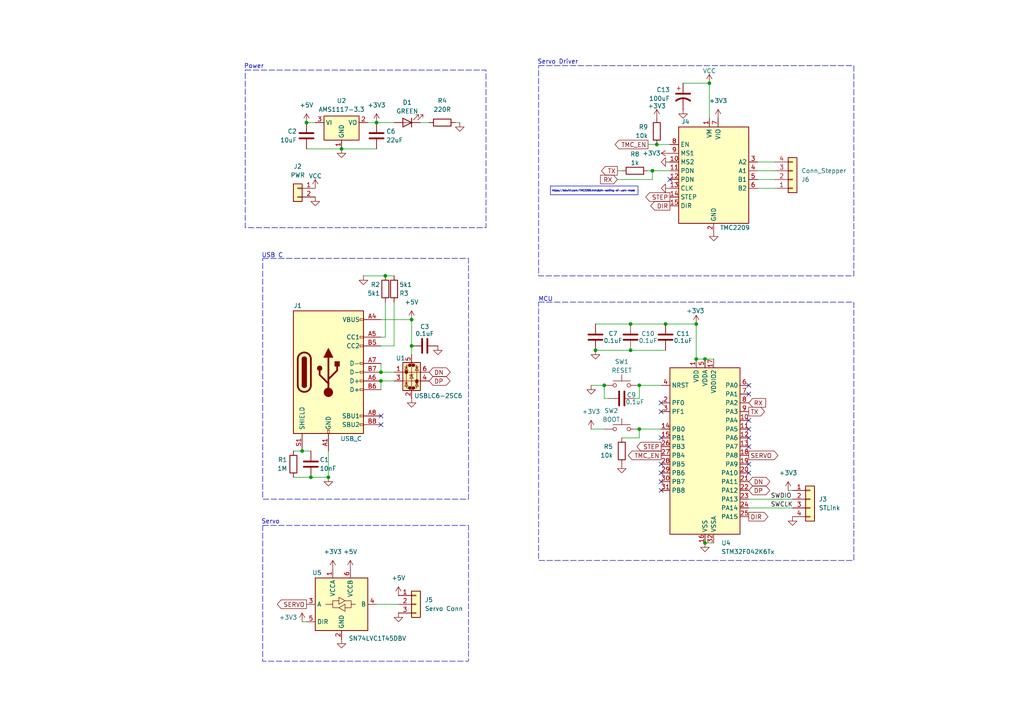
<source format=kicad_sch>
(kicad_sch (version 20231120) (generator "eeschema") (generator_version "8.0")
  (paper "A4")
  (title_block (title "Pico MMU Board") (date "2025-01-04") (rev "v1.0") (company "Adam Turaj"))
  (lib_symbols
    (symbol "Connector:USB_C_Receptacle_USB2.0_16P" (pin_names (offset 1.016))
      (property "Reference" "J" (at 0 22.225 0))
      (property "Value" "USB_C_Receptacle_USB2.0_16P" (at 0 19.685 0))
      (symbol "USB_C_Receptacle_USB2.0_16P_0_0"
        (rectangle (start -0.254 -17.78) (end 0.254 -16.764))
        (rectangle (start 10.16 -14.986) (end 9.144 -15.494))
        (rectangle (start 10.16 -12.446) (end 9.144 -12.954))
        (rectangle (start 10.16 -4.826) (end 9.144 -5.334))
        (rectangle (start 10.16 -2.286) (end 9.144 -2.794))
        (rectangle (start 10.16 0.254) (end 9.144 -0.254))
        (rectangle (start 10.16 2.794) (end 9.144 2.286))
        (rectangle (start 10.16 7.874) (end 9.144 7.366))
        (rectangle (start 10.16 10.414) (end 9.144 9.906))
        (rectangle (start 10.16 15.494) (end 9.144 14.986))
      )
      (symbol "USB_C_Receptacle_USB2.0_16P_0_1"
        (rectangle (start -10.16 17.78) (end 10.16 -17.78) (stroke (width 0.254)) (fill (type background)))
        (arc (start -8.89 -3.81) (mid -6.985 -5.7067) (end -5.08 -3.81) (stroke (width 0.508)))
        (arc (start -7.62 -3.81) (mid -6.985 -4.4423) (end -6.35 -3.81) (stroke (width 0.254)))
        (arc (start -7.62 -3.81) (mid -6.985 -4.4423) (end -6.35 -3.81) (stroke (width 0.254)) (fill (type outline)))
        (rectangle (start -7.62 -3.81) (end -6.35 3.81) (stroke (width 0.254)) (fill (type outline)))
        (arc (start -6.35 3.81) (mid -6.985 4.4423) (end -7.62 3.81) (stroke (width 0.254)))
        (arc (start -6.35 3.81) (mid -6.985 4.4423) (end -7.62 3.81) (stroke (width 0.254)) (fill (type outline)))
        (arc (start -5.08 3.81) (mid -6.985 5.7067) (end -8.89 3.81) (stroke (width 0.508)))
        (circle (center -2.54 1.143) (radius 0.635) (stroke (width 0.254)) (fill (type outline)))
        (circle (center 0 -5.842) (radius 1.27) (fill (type outline)))
        (polyline (pts (xy -8.89 -3.81) (xy -8.89 3.81)) (stroke (width 0.508)))
        (polyline (pts (xy -5.08 3.81) (xy -5.08 -3.81)) (stroke (width 0.508)))
        (polyline (pts (xy 0 -5.842) (xy 0 4.318)) (stroke (width 0.508)))
        (polyline (pts (xy 0 -3.302) (xy -2.54 -0.762) (xy -2.54 0.508)) (stroke (width 0.508)))
        (polyline (pts (xy 0 -2.032) (xy 2.54 0.508) (xy 2.54 1.778)) (stroke (width 0.508)))
        (polyline (pts (xy -1.27 4.318) (xy 0 6.858) (xy 1.27 4.318) (xy -1.27 4.318)) (stroke (width 0.254)) (fill (type outline)))
        (rectangle (start 1.905 1.778) (end 3.175 3.048) (stroke (width 0.254)) (fill (type outline)))
      )
      (symbol "USB_C_Receptacle_USB2.0_16P_1_1"
        (pin passive line (at 0 -22.86 90) (length 5.08) (name "GND") (number "A1"))
        (pin passive line (at 0 -22.86 90) (length 5.08) hide (name "GND") (number "A12"))
        (pin passive line (at 15.24 15.24 180) (length 5.08) (name "VBUS") (number "A4"))
        (pin bidirectional line (at 15.24 10.16 180) (length 5.08) (name "CC1") (number "A5"))
        (pin bidirectional line (at 15.24 -2.54 180) (length 5.08) (name "D+") (number "A6"))
        (pin bidirectional line (at 15.24 2.54 180) (length 5.08) (name "D-") (number "A7"))
        (pin bidirectional line (at 15.24 -12.7 180) (length 5.08) (name "SBU1") (number "A8"))
        (pin passive line (at 15.24 15.24 180) (length 5.08) hide (name "VBUS") (number "A9"))
        (pin passive line (at 0 -22.86 90) (length 5.08) hide (name "GND") (number "B1"))
        (pin passive line (at 0 -22.86 90) (length 5.08) hide (name "GND") (number "B12"))
        (pin passive line (at 15.24 15.24 180) (length 5.08) hide (name "VBUS") (number "B4"))
        (pin bidirectional line (at 15.24 7.62 180) (length 5.08) (name "CC2") (number "B5"))
        (pin bidirectional line (at 15.24 -5.08 180) (length 5.08) (name "D+") (number "B6"))
        (pin bidirectional line (at 15.24 0 180) (length 5.08) (name "D-") (number "B7"))
        (pin bidirectional line (at 15.24 -15.24 180) (length 5.08) (name "SBU2") (number "B8"))
        (pin passive line (at 15.24 15.24 180) (length 5.08) hide (name "VBUS") (number "B9"))
        (pin passive line (at -7.62 -22.86 90) (length 5.08) (name "SHIELD") (number "S1"))
      )
    )
    (symbol "Connector_Generic:Conn_01x02" (pin_names (offset 1.016) hide)
      (property "Reference" "J" (at 0 2.54 0))
      (property "Value" "Conn_01x02" (at 0 -5.08 0))
      (symbol "Conn_01x02_1_1"
        (rectangle (start -1.27 -2.413) (end 0 -2.667) (stroke (width 0.1524)))
        (rectangle (start -1.27 0.127) (end 0 -0.127) (stroke (width 0.1524)))
        (rectangle (start -1.27 1.27) (end 1.27 -3.81) (stroke (width 0.254)) (fill (type background)))
        (pin passive line (at -5.08 0 0) (length 3.81) (name "Pin_1") (number "1"))
        (pin passive line (at -5.08 -2.54 0) (length 3.81) (name "Pin_2") (number "2"))
      )
    )
    (symbol "Connector_Generic:Conn_01x03" (pin_names (offset 1.016) hide)
      (property "Reference" "J" (at 0 5.08 0))
      (property "Value" "Conn_01x03" (at 0 -5.08 0))
      (symbol "Conn_01x03_1_1"
        (rectangle (start -1.27 -2.413) (end 0 -2.667) (stroke (width 0.1524)))
        (rectangle (start -1.27 0.127) (end 0 -0.127) (stroke (width 0.1524)))
        (rectangle (start -1.27 2.667) (end 0 2.413) (stroke (width 0.1524)))
        (rectangle (start -1.27 3.81) (end 1.27 -3.81) (stroke (width 0.254)) (fill (type background)))
        (pin passive line (at -5.08 2.54 0) (length 3.81) (name "Pin_1") (number "1"))
        (pin passive line (at -5.08 0 0) (length 3.81) (name "Pin_2") (number "2"))
        (pin passive line (at -5.08 -2.54 0) (length 3.81) (name "Pin_3") (number "3"))
      )
    )
    (symbol "Connector_Generic:Conn_01x04" (pin_names (offset 1.016) hide)
      (property "Reference" "J" (at 0 5.08 0))
      (property "Value" "Conn_01x04" (at 0 -7.62 0))
      (symbol "Conn_01x04_1_1"
        (rectangle (start -1.27 -4.953) (end 0 -5.207) (stroke (width 0.1524)))
        (rectangle (start -1.27 -2.413) (end 0 -2.667) (stroke (width 0.1524)))
        (rectangle (start -1.27 0.127) (end 0 -0.127) (stroke (width 0.1524)))
        (rectangle (start -1.27 2.667) (end 0 2.413) (stroke (width 0.1524)))
        (rectangle (start -1.27 3.81) (end 1.27 -6.35) (stroke (width 0.254)) (fill (type background)))
        (pin passive line (at -5.08 2.54 0) (length 3.81) (name "Pin_1") (number "1"))
        (pin passive line (at -5.08 0 0) (length 3.81) (name "Pin_2") (number "2"))
        (pin passive line (at -5.08 -2.54 0) (length 3.81) (name "Pin_3") (number "3"))
        (pin passive line (at -5.08 -5.08 0) (length 3.81) (name "Pin_4") (number "4"))
      )
    )
    (symbol "Device:C" (pin_numbers hide) (pin_names (offset 0.254))
      (property "Reference" "C" (at 0.635 2.54 0))
      (property "Value" "C" (at 0.635 -2.54 0))
      (symbol "C_0_1"
        (polyline (pts (xy -2.032 -0.762) (xy 2.032 -0.762)) (stroke (width 0.508)))
        (polyline (pts (xy -2.032 0.762) (xy 2.032 0.762)) (stroke (width 0.508)))
      )
      (symbol "C_1_1"
        (pin passive line (at 0 3.81 270) (length 2.794) (name "~") (number "1"))
        (pin passive line (at 0 -3.81 90) (length 2.794) (name "~") (number "2"))
      )
    )
    (symbol "Device:C_Polarized_US" (pin_numbers hide) (pin_names (offset 0.254) hide)
      (property "Reference" "C" (at 0.635 2.54 0))
      (property "Value" "C_Polarized_US" (at 0.635 -2.54 0))
      (symbol "C_Polarized_US_0_1"
        (polyline (pts (xy -2.032 0.762) (xy 2.032 0.762)) (stroke (width 0.508)))
        (polyline (pts (xy -1.778 2.286) (xy -0.762 2.286)))
        (polyline (pts (xy -1.27 1.778) (xy -1.27 2.794)))
        (arc (start 2.032 -1.27) (mid 0 -0.5572) (end -2.032 -1.27) (stroke (width 0.508)))
      )
      (symbol "C_Polarized_US_1_1"
        (pin passive line (at 0 3.81 270) (length 2.794) (name "~") (number "1"))
        (pin passive line (at 0 -3.81 90) (length 3.302) (name "~") (number "2"))
      )
    )
    (symbol "Device:LED" (pin_numbers hide) (pin_names (offset 1.016) hide)
      (property "Reference" "D" (at 0 2.54 0))
      (property "Value" "LED" (at 0 -2.54 0))
      (symbol "LED_0_1"
        (polyline (pts (xy -1.27 -1.27) (xy -1.27 1.27)) (stroke (width 0.254)))
        (polyline (pts (xy -1.27 0) (xy 1.27 0)))
        (polyline (pts (xy 1.27 -1.27) (xy 1.27 1.27) (xy -1.27 0) (xy 1.27 -1.27)) (stroke (width 0.254)))
        (polyline (pts (xy -3.048 -0.762) (xy -4.572 -2.286) (xy -3.81 -2.286) (xy -4.572 -2.286) (xy -4.572 -1.524)))
        (polyline (pts (xy -1.778 -0.762) (xy -3.302 -2.286) (xy -2.54 -2.286) (xy -3.302 -2.286) (xy -3.302 -1.524)))
      )
      (symbol "LED_1_1"
        (pin passive line (at -3.81 0 0) (length 2.54) (name "K") (number "1"))
        (pin passive line (at 3.81 0 180) (length 2.54) (name "A") (number "2"))
      )
    )
    (symbol "Device:R" (pin_numbers hide) (pin_names (offset 0))
      (property "Reference" "R" (at 2.032 0 90))
      (property "Value" "R" (at 0 0 90))
      (symbol "R_0_1"
        (rectangle (start -1.016 -2.54) (end 1.016 2.54) (stroke (width 0.254)))
      )
      (symbol "R_1_1"
        (pin passive line (at 0 3.81 270) (length 1.27) (name "~") (number "1"))
        (pin passive line (at 0 -3.81 90) (length 1.27) (name "~") (number "2"))
      )
    )
    (symbol "Driver_Motor:TMC2209_EVAL"
      (property "Reference" "J" (at -5.334 -1.27 0))
      (symbol "TMC2209_EVAL_1_1"
        (rectangle (start -6.35 -2.54) (end 13.97 -30.48) (stroke (width 0.254)) (fill (type background)))
        (pin power_in line (at 2.54 0 270) (length 2.54) (name "VM") (number "1"))
        (pin input line (at -8.89 -12.7 0) (length 2.54) (name "MS2") (number "10"))
        (pin input line (at -8.89 -15.24 0) (length 2.54) (name "PDN") (number "11"))
        (pin input line (at -8.89 -17.78 0) (length 2.54) (name "PDN") (number "12"))
        (pin input line (at -8.89 -20.32 0) (length 2.54) (name "CLK") (number "13"))
        (pin input line (at -8.89 -22.86 0) (length 2.54) (name "STEP") (number "14"))
        (pin input line (at -8.89 -25.4 0) (length 2.54) (name "DIR") (number "15"))
        (pin power_out line (at 3.81 -33.02 90) (length 2.54) (name "GND") (number "2"))
        (pin output line (at 16.51 -12.7 180) (length 2.54) (name "A2") (number "3"))
        (pin output line (at 16.51 -15.24 180) (length 2.54) (name "A1") (number "4"))
        (pin output line (at 16.51 -17.78 180) (length 2.54) (name "B1") (number "5"))
        (pin output line (at 16.51 -20.32 180) (length 2.54) (name "B2") (number "6"))
        (pin power_in line (at 5.08 0 270) (length 2.54) (name "VIO") (number "7"))
        (pin input line (at -8.89 -7.62 0) (length 2.54) (name "EN") (number "8"))
        (pin input line (at -8.89 -10.16 0) (length 2.54) (name "MS1") (number "9"))
      )
    )
    (symbol "Logic_LevelTranslator:SN74LVC1T45DBV"
      (property "Reference" "U" (at -6.35 8.89 0))
      (property "Value" "SN74LVC1T45DBV" (at 3.81 8.89 0))
      (symbol "SN74LVC1T45DBV_0_1"
        (rectangle (start -7.62 7.62) (end 7.62 -7.62) (stroke (width 0.254)) (fill (type background)))
        (polyline (pts (xy -2.54 0) (xy -2.54 1.016) (xy -0.762 1.016)))
        (polyline (pts (xy 2.794 0) (xy 2.794 -1.016) (xy 1.016 -1.016)))
        (polyline (pts (xy -0.762 -1.016) (xy -2.54 -1.016) (xy -2.54 0) (xy -4.572 0)))
        (polyline (pts (xy -0.762 0) (xy -0.762 2.032) (xy 1.016 1.016) (xy -0.762 0)))
        (polyline (pts (xy 1.016 1.016) (xy 2.794 1.016) (xy 2.794 0) (xy 4.064 0)))
        (polyline (pts (xy 1.016 0) (xy 1.016 -1.778) (xy 1.016 -2.032) (xy -0.762 -1.016) (xy 1.016 0)))
      )
      (symbol "SN74LVC1T45DBV_1_1"
        (pin power_in line (at -2.54 10.16 270) (length 2.54) (name "VCCA") (number "1"))
        (pin power_in line (at 0 -10.16 90) (length 2.54) (name "GND") (number "2"))
        (pin bidirectional line (at -10.16 0 0) (length 2.54) (name "A") (number "3"))
        (pin bidirectional line (at 10.16 0 180) (length 2.54) (name "B") (number "4"))
        (pin input line (at -10.16 -5.08 0) (length 2.54) (name "DIR") (number "5"))
        (pin power_in line (at 2.54 10.16 270) (length 2.54) (name "VCCB") (number "6"))
      )
    )
    (symbol "MCU_ST_STM32F0:STM32F042K6Tx"
      (property "Reference" "U" (at -10.16 26.67 0))
      (property "Value" "STM32F042K6Tx" (at 5.08 26.67 0))
      (symbol "STM32F042K6Tx_0_1"
        (rectangle (start -10.16 -22.86) (end 10.16 25.4) (stroke (width 0.254)) (fill (type background)))
      )
      (symbol "STM32F042K6Tx_1_1"
        (pin power_in line (at -2.54 27.94 270) (length 2.54) (name "VDD") (number "1"))
        (pin bidirectional line (at 12.7 10.16 180) (length 2.54) (name "PA4") (number "10"))
        (pin bidirectional line (at 12.7 7.62 180) (length 2.54) (name "PA5") (number "11"))
        (pin bidirectional line (at 12.7 5.08 180) (length 2.54) (name "PA6") (number "12"))
        (pin bidirectional line (at 12.7 2.54 180) (length 2.54) (name "PA7") (number "13"))
        (pin bidirectional line (at -12.7 7.62 0) (length 2.54) (name "PB0") (number "14"))
        (pin bidirectional line (at -12.7 5.08 0) (length 2.54) (name "PB1") (number "15"))
        (pin power_in line (at 0 -25.4 90) (length 2.54) (name "VSS") (number "16"))
        (pin power_in line (at 2.54 27.94 270) (length 2.54) (name "VDDIO2") (number "17"))
        (pin bidirectional line (at 12.7 0 180) (length 2.54) (name "PA8") (number "18"))
        (pin bidirectional line (at 12.7 -2.54 180) (length 2.54) (name "PA9") (number "19"))
        (pin bidirectional line (at -12.7 15.24 0) (length 2.54) (name "PF0") (number "2"))
        (pin bidirectional line (at 12.7 -5.08 180) (length 2.54) (name "PA10") (number "20"))
        (pin bidirectional line (at 12.7 -7.62 180) (length 2.54) (name "PA11") (number "21"))
        (pin bidirectional line (at 12.7 -10.16 180) (length 2.54) (name "PA12") (number "22"))
        (pin bidirectional line (at 12.7 -12.7 180) (length 2.54) (name "PA13") (number "23"))
        (pin bidirectional line (at 12.7 -15.24 180) (length 2.54) (name "PA14") (number "24"))
        (pin bidirectional line (at 12.7 -17.78 180) (length 2.54) (name "PA15") (number "25"))
        (pin bidirectional line (at -12.7 2.54 0) (length 2.54) (name "PB3") (number "26"))
        (pin bidirectional line (at -12.7 0 0) (length 2.54) (name "PB4") (number "27"))
        (pin bidirectional line (at -12.7 -2.54 0) (length 2.54) (name "PB5") (number "28"))
        (pin bidirectional line (at -12.7 -5.08 0) (length 2.54) (name "PB6") (number "29"))
        (pin bidirectional line (at -12.7 12.7 0) (length 2.54) (name "PF1") (number "3"))
        (pin bidirectional line (at -12.7 -7.62 0) (length 2.54) (name "PB7") (number "30"))
        (pin bidirectional line (at -12.7 -10.16 0) (length 2.54) (name "PB8") (number "31"))
        (pin power_in line (at 2.54 -25.4 90) (length 2.54) (name "VSSA") (number "32"))
        (pin input line (at -12.7 20.32 0) (length 2.54) (name "NRST") (number "4"))
        (pin power_in line (at 0 27.94 270) (length 2.54) (name "VDDA") (number "5"))
        (pin bidirectional line (at 12.7 20.32 180) (length 2.54) (name "PA0") (number "6"))
        (pin bidirectional line (at 12.7 17.78 180) (length 2.54) (name "PA1") (number "7"))
        (pin bidirectional line (at 12.7 15.24 180) (length 2.54) (name "PA2") (number "8"))
        (pin bidirectional line (at 12.7 12.7 180) (length 2.54) (name "PA3") (number "9"))
      )
    )
    (symbol "Power_Protection:USBLC6-2SC6" (pin_names hide)
      (property "Reference" "U" (at 0.635 5.715 0))
      (property "Value" "USBLC6-2SC6" (at 0.635 3.81 0))
      (symbol "USBLC6-2SC6_0_0"
        (circle (center -1.524 0) (radius 0.0001) (stroke (width 0.508)))
        (circle (center -0.508 -4.572) (radius 0.0001) (stroke (width 0.508)))
        (circle (center -0.508 2.032) (radius 0.0001) (stroke (width 0.508)))
        (circle (center 0.508 -4.572) (radius 0.0001) (stroke (width 0.508)))
        (circle (center 0.508 2.032) (radius 0.0001) (stroke (width 0.508)))
        (circle (center 1.524 -2.54) (radius 0.0001) (stroke (width 0.508)))
      )
      (symbol "USBLC6-2SC6_0_1"
        (polyline (pts (xy -2.54 -2.54) (xy 2.54 -2.54)))
        (polyline (pts (xy -2.54 0) (xy 2.54 0)))
        (polyline (pts (xy -2.032 -3.048) (xy -1.016 -3.048)))
        (polyline (pts (xy -1.016 1.524) (xy -2.032 1.524)))
        (polyline (pts (xy 1.016 -3.048) (xy 2.032 -3.048)))
        (polyline (pts (xy 1.016 1.524) (xy 2.032 1.524)))
        (polyline (pts (xy -0.508 -1.143) (xy -0.508 -0.762) (xy 0.508 -0.762)))
        (polyline (pts (xy -2.032 0.508) (xy -1.016 0.508) (xy -1.524 1.524) (xy -2.032 0.508)))
        (polyline (pts (xy -1.016 -4.064) (xy -2.032 -4.064) (xy -1.524 -3.048) (xy -1.016 -4.064)))
        (polyline (pts (xy 0.508 -1.778) (xy -0.508 -1.778) (xy 0 -0.762) (xy 0.508 -1.778)))
        (polyline (pts (xy 2.032 -4.064) (xy 1.016 -4.064) (xy 1.524 -3.048) (xy 2.032 -4.064)))
        (polyline (pts (xy 2.032 0.508) (xy 1.016 0.508) (xy 1.524 1.524) (xy 2.032 0.508)))
        (polyline (pts (xy 0 2.54) (xy -0.508 2.032) (xy 0.508 2.032) (xy 0 1.524) (xy 0 -4.064) (xy -0.508 -4.572) (xy 0.508 -4.572) (xy 0 -5.08)))
      )
      (symbol "USBLC6-2SC6_1_1"
        (rectangle (start -2.54 2.794) (end 2.54 -5.334) (stroke (width 0.254)) (fill (type background)))
        (polyline (pts (xy -0.508 2.032) (xy -1.524 2.032) (xy -1.524 -4.572) (xy -0.508 -4.572)))
        (polyline (pts (xy 0.508 -4.572) (xy 1.524 -4.572) (xy 1.524 2.032) (xy 0.508 2.032)))
        (pin passive line (at -5.08 0 0) (length 2.54) (name "I/O1") (number "1"))
        (pin passive line (at 0 -7.62 90) (length 2.54) (name "GND") (number "2"))
        (pin passive line (at -5.08 -2.54 0) (length 2.54) (name "I/O2") (number "3"))
        (pin passive line (at 5.08 -2.54 180) (length 2.54) (name "I/O2") (number "4"))
        (pin passive line (at 0 5.08 270) (length 2.54) (name "VBUS") (number "5"))
        (pin passive line (at 5.08 0 180) (length 2.54) (name "I/O1") (number "6"))
      )
    )
    (symbol "Regulator_Linear:AMS1117-3.3"
      (property "Reference" "U" (at -3.81 3.175 0))
      (property "Value" "AMS1117-3.3" (at 0 3.175 0))
      (symbol "AMS1117-3.3_0_1"
        (rectangle (start -5.08 -5.08) (end 5.08 1.905) (stroke (width 0.254)) (fill (type background)))
      )
      (symbol "AMS1117-3.3_1_1"
        (pin power_in line (at 0 -7.62 90) (length 2.54) (name "GND") (number "1"))
        (pin power_out line (at 7.62 0 180) (length 2.54) (name "VO") (number "2"))
        (pin power_in line (at -7.62 0 0) (length 2.54) (name "VI") (number "3"))
      )
    )
    (symbol "Switch:SW_Push" (pin_numbers hide) (pin_names (offset 1.016) hide)
      (property "Reference" "SW" (at 1.27 2.54 0))
      (property "Value" "SW_Push" (at 0 -1.524 0))
      (symbol "SW_Push_0_1"
        (circle (center -2.032 0) (radius 0.508))
        (polyline (pts (xy 0 1.27) (xy 0 3.048)))
        (polyline (pts (xy 2.54 1.27) (xy -2.54 1.27)))
        (circle (center 2.032 0) (radius 0.508))
        (pin passive line (at -5.08 0 0) (length 2.54) (name "1") (number "1"))
        (pin passive line (at 5.08 0 180) (length 2.54) (name "2") (number "2"))
      )
    )
    (symbol "power:+3V3" (power) (pin_numbers hide) (pin_names (offset 0) hide)
      (property "Value" "+3V3" (at 0 3.556 0))
      (symbol "+3V3_0_1"
        (polyline (pts (xy -0.762 1.27) (xy 0 2.54)))
        (polyline (pts (xy 0 0) (xy 0 2.54)))
        (polyline (pts (xy 0 2.54) (xy 0.762 1.27)))
      )
      (symbol "+3V3_1_1"
        (pin power_in line (at 0 0 90) (length 0) (name "~") (number "1"))
      )
    )
    (symbol "power:+5V" (power) (pin_numbers hide) (pin_names (offset 0) hide)
      (property "Value" "+5V" (at 0 3.556 0))
      (symbol "+5V_0_1"
        (polyline (pts (xy -0.762 1.27) (xy 0 2.54)))
        (polyline (pts (xy 0 0) (xy 0 2.54)))
        (polyline (pts (xy 0 2.54) (xy 0.762 1.27)))
      )
      (symbol "+5V_1_1"
        (pin power_in line (at 0 0 90) (length 0) (name "~") (number "1"))
      )
    )
    (symbol "power:GND" (power) (pin_numbers hide) (pin_names (offset 0) hide)
      (property "Value" "GND" (at 0 -3.81 0))
      (symbol "GND_0_1"
        (polyline (pts (xy 0 0) (xy 0 -1.27) (xy 1.27 -1.27) (xy 0 -2.54) (xy -1.27 -1.27) (xy 0 -1.27)))
      )
      (symbol "GND_1_1"
        (pin power_in line (at 0 0 270) (length 0) (name "~") (number "1"))
      )
    )
    (symbol "power:VCC" (power) (pin_numbers hide) (pin_names (offset 0) hide)
      (property "Value" "VCC" (at 0 3.556 0))
      (symbol "VCC_0_1"
        (polyline (pts (xy -0.762 1.27) (xy 0 2.54)))
        (polyline (pts (xy 0 0) (xy 0 2.54)))
        (polyline (pts (xy 0 2.54) (xy 0.762 1.27)))
      )
      (symbol "VCC_1_1"
        (pin power_in line (at 0 0 90) (length 0) (name "~") (number "1"))
      )
    )
  )
  (junction (at 201.93 93.98))
  (junction (at 175.26 111.76))
  (junction (at 119.38 100.33))
  (junction (at 99.06 43.18))
  (junction (at 205.74 24.13))
  (junction (at 190.5 41.91))
  (junction (at 172.72 101.6))
  (junction (at 189.23 49.53))
  (junction (at 204.47 157.48))
  (junction (at 109.22 35.56))
  (junction (at 87.63 130.81))
  (junction (at 95.25 138.43))
  (junction (at 182.88 93.98))
  (junction (at 193.04 93.98))
  (junction (at 90.17 138.43))
  (junction (at 185.42 124.46))
  (junction (at 88.9 35.56))
  (junction (at 201.93 104.14))
  (junction (at 111.76 80.01))
  (junction (at 185.42 111.76))
  (junction (at 110.49 107.95))
  (junction (at 110.49 110.49))
  (junction (at 119.38 92.71))
  (junction (at 204.47 104.14))
  (junction (at 182.88 101.6))
  (no_connect (at 191.77 142.24))
  (no_connect (at 194.31 52.07))
  (no_connect (at 191.77 137.16))
  (no_connect (at 191.77 116.84))
  (no_connect (at 110.49 120.65))
  (no_connect (at 191.77 134.62))
  (no_connect (at 217.17 111.76))
  (no_connect (at 191.77 127))
  (no_connect (at 217.17 127))
  (no_connect (at 217.17 114.3))
  (no_connect (at 217.17 124.46))
  (no_connect (at 110.49 123.19))
  (no_connect (at 191.77 119.38))
  (no_connect (at 191.77 139.7))
  (no_connect (at 217.17 134.62))
  (no_connect (at 217.17 121.92))
  (no_connect (at 217.17 137.16))
  (no_connect (at 217.17 129.54))
  (wire (pts (xy 179.07 49.53) (xy 180.34 49.53)))
  (wire (pts (xy 171.45 111.76) (xy 175.26 111.76)))
  (wire (pts (xy 114.3 100.33) (xy 114.3 87.63)))
  (wire (pts (xy 190.5 41.91) (xy 194.31 41.91)))
  (wire (pts (xy 172.72 93.98) (xy 182.88 93.98)))
  (wire (pts (xy 189.23 52.07) (xy 189.23 49.53)))
  (wire (pts (xy 189.23 49.53) (xy 194.31 49.53)))
  (wire (pts (xy 88.9 43.18) (xy 99.06 43.18)))
  (wire (pts (xy 201.93 104.14) (xy 204.47 104.14)))
  (wire (pts (xy 111.76 97.79) (xy 110.49 97.79)))
  (wire (pts (xy 99.06 43.18) (xy 109.22 43.18)))
  (wire (pts (xy 217.17 144.78) (xy 229.87 144.78)))
  (wire (pts (xy 198.12 24.13) (xy 205.74 24.13)))
  (wire (pts (xy 175.26 111.76) (xy 175.26 115.57)))
  (wire (pts (xy 187.96 49.53) (xy 189.23 49.53)))
  (wire (pts (xy 217.17 147.32) (xy 229.87 147.32)))
  (wire (pts (xy 105.41 80.01) (xy 111.76 80.01)))
  (wire (pts (xy 111.76 80.01) (xy 114.3 80.01)))
  (wire (pts (xy 204.47 157.48) (xy 207.01 157.48)))
  (wire (pts (xy 111.76 87.63) (xy 111.76 97.79)))
  (wire (pts (xy 85.09 138.43) (xy 90.17 138.43)))
  (wire (pts (xy 229.87 142.24) (xy 228.6 142.24)))
  (wire (pts (xy 219.71 54.61) (xy 224.79 54.61)))
  (wire (pts (xy 219.71 49.53) (xy 224.79 49.53)))
  (wire (pts (xy 109.22 35.56) (xy 114.3 35.56)))
  (wire (pts (xy 193.04 93.98) (xy 201.93 93.98)))
  (wire (pts (xy 185.42 124.46) (xy 191.77 124.46)))
  (wire (pts (xy 119.38 100.33) (xy 119.38 102.87)))
  (wire (pts (xy 110.49 92.71) (xy 119.38 92.71)))
  (wire (pts (xy 106.68 35.56) (xy 109.22 35.56)))
  (wire (pts (xy 110.49 110.49) (xy 114.3 110.49)))
  (wire (pts (xy 182.88 93.98) (xy 193.04 93.98)))
  (wire (pts (xy 110.49 107.95) (xy 114.3 107.95)))
  (wire (pts (xy 110.49 100.33) (xy 114.3 100.33)))
  (wire (pts (xy 201.93 93.98) (xy 201.93 104.14)))
  (wire (pts (xy 184.15 115.57) (xy 185.42 115.57)))
  (wire (pts (xy 172.72 101.6) (xy 182.88 101.6)))
  (wire (pts (xy 85.09 130.81) (xy 87.63 130.81)))
  (wire (pts (xy 87.63 180.34) (xy 88.9 180.34)))
  (wire (pts (xy 187.96 41.91) (xy 190.5 41.91)))
  (wire (pts (xy 132.08 35.56) (xy 133.35 35.56)))
  (wire (pts (xy 179.07 52.07) (xy 189.23 52.07)))
  (wire (pts (xy 87.63 130.81) (xy 90.17 130.81)))
  (wire (pts (xy 185.42 111.76) (xy 185.42 115.57)))
  (wire (pts (xy 204.47 104.14) (xy 207.01 104.14)))
  (wire (pts (xy 180.34 127) (xy 185.42 127)))
  (wire (pts (xy 185.42 111.76) (xy 191.77 111.76)))
  (wire (pts (xy 119.38 100.33) (xy 119.38 92.71)))
  (wire (pts (xy 90.17 138.43) (xy 95.25 138.43)))
  (wire (pts (xy 185.42 127) (xy 185.42 124.46)))
  (wire (pts (xy 171.45 124.46) (xy 175.26 124.46)))
  (wire (pts (xy 205.74 24.13) (xy 205.74 34.29)))
  (wire (pts (xy 110.49 110.49) (xy 110.49 113.03)))
  (wire (pts (xy 95.25 138.43) (xy 95.25 130.81)))
  (wire (pts (xy 121.92 35.56) (xy 124.46 35.56)))
  (wire (pts (xy 182.88 101.6) (xy 193.04 101.6)))
  (wire (pts (xy 219.71 52.07) (xy 224.79 52.07)))
  (wire (pts (xy 219.71 46.99) (xy 224.79 46.99)))
  (wire (pts (xy 88.9 35.56) (xy 91.44 35.56)))
  (wire (pts (xy 109.22 175.26) (xy 115.57 175.26)))
  (wire (pts (xy 110.49 105.41) (xy 110.49 107.95)))
  (wire (pts (xy 176.53 115.57) (xy 175.26 115.57)))
  (rectangle (start 156.21 87.63) (end 247.65 162.56) (stroke (width 0) (type dash)))
  (rectangle (start 76.2 152.4) (end 135.89 191.77) (stroke (width 0) (type dash)))
  (rectangle (start 76.2 74.93) (end 135.89 144.78) (stroke (width 0) (type dash)))
  (rectangle (start 71.12 20.32) (end 140.97 66.04) (stroke (width 0) (type dash)))
  (rectangle (start 156.21 19.05) (end 247.65 80.01) (stroke (width 0) (type dash)))
  (text_box "https://bttwiki.com/TMC2209.html#pin-setting-of-uart-mode" (at 159.6519 53.9507 0) (size 25.4 2.54) (effects (font (size 0.5 0.5)) (justify left)))
  (text "Power" (at 73.66 19.304 0) (effects (font (size 1.27 1.27))))
  (text "Servo" (at 78.486 151.384 0) (effects (font (size 1.27 1.27))))
  (text "MCU" (at 158.242 86.868 0) (effects (font (size 1.27 1.27))))
  (text "USB C" (at 78.994 74.168 0) (effects (font (size 1.27 1.27))))
  (text "Servo Driver" (at 161.798 18.034 0) (effects (font (size 1.27 1.27))))
  (label "SWCLK" (at 223.52 147.32 0))
  (label "SWDIO" (at 223.52 144.78 0))
  (global_label "SERVO" (shape output) (at 217.17 132.08 0) (property "Intersheetrefs" "${INTERSHEET_REFS}" (effects (hide yes))))
  (global_label "DIR" (shape output) (at 217.17 149.86 0) (property "Intersheetrefs" "${INTERSHEET_REFS}" (effects (hide yes))))
  (global_label "TX" (shape output) (at 217.17 119.38 0) (property "Intersheetrefs" "${INTERSHEET_REFS}" (effects (hide yes))))
  (global_label "SERVO" (shape output) (at 88.9 175.26 180) (property "Intersheetrefs" "${INTERSHEET_REFS}" (effects (hide yes))))
  (global_label "TMC_EN" (shape output) (at 187.96 41.91 180) (property "Intersheetrefs" "${INTERSHEET_REFS}" (effects (hide yes))))
  (global_label "TMC_EN" (shape output) (at 191.77 132.08 180) (property "Intersheetrefs" "${INTERSHEET_REFS}" (effects (hide yes))))
  (global_label "STEP" (shape output) (at 191.77 129.54 180) (property "Intersheetrefs" "${INTERSHEET_REFS}" (effects (hide yes))))
  (global_label "RX" (shape input) (at 217.17 116.84 0) (property "Intersheetrefs" "${INTERSHEET_REFS}" (effects (hide yes))))
  (global_label "DIR" (shape output) (at 194.31 59.69 180) (property "Intersheetrefs" "${INTERSHEET_REFS}" (effects (hide yes))))
  (global_label "STEP" (shape output) (at 194.31 57.15 180) (property "Intersheetrefs" "${INTERSHEET_REFS}" (effects (hide yes))))
  (global_label "DN" (shape bidirectional) (at 124.46 107.95 0) (property "Intersheetrefs" "${INTERSHEET_REFS}" (effects (hide yes))))
  (global_label "DP" (shape bidirectional) (at 217.17 142.24 0) (property "Intersheetrefs" "${INTERSHEET_REFS}" (effects (hide yes))))
  (global_label "DN" (shape bidirectional) (at 217.17 139.7 0) (property "Intersheetrefs" "${INTERSHEET_REFS}" (effects (hide yes))))
  (global_label "DP" (shape bidirectional) (at 124.46 110.49 0) (property "Intersheetrefs" "${INTERSHEET_REFS}" (effects (hide yes))))
  (global_label "RX" (shape input) (at 179.07 52.07 180) (property "Intersheetrefs" "${INTERSHEET_REFS}" (effects (hide yes))))
  (global_label "TX" (shape output) (at 179.07 49.53 180) (property "Intersheetrefs" "${INTERSHEET_REFS}" (effects (hide yes))))
  (symbol (lib_id "Device:R") (at 128.27 35.56 90) (unit 1)
    (property "Reference" "R4" (at 128.27 29.21 90))
    (property "Value" "220R" (at 128.27 31.75 90))
    (property "Footprint" "Resistor_SMD:R_0603_1608Metric" (effects (hide yes)))
    (property "Description" "Resistor" (effects (hide yes)))
  )
  (symbol (lib_id "power:GND") (at 99.06 185.42 0) (unit 1)
    (property "Reference" "#PWR030" (effects (hide yes)))
    (property "Value" "GND" (effects (hide yes)))
    (property "Description" "Power symbol creates a global label with name \"GND\" , ground" (effects (hide yes)))
  )
  (symbol (lib_id "Device:C") (at 172.72 97.79 0) (mirror x) (unit 1)
    (property "Reference" "C7" (at 177.8 96.774 0))
    (property "Value" "0.1uF" (at 177.8 98.806 0))
    (property "Footprint" "Capacitor_SMD:C_0603_1608Metric" (effects (hide yes)))
    (property "Description" "Unpolarized capacitor" (effects (hide yes)))
  )
  (symbol (lib_id "Device:R") (at 85.09 134.62 0) (unit 1)
    (property "Reference" "R1" (at 83.312 133.35 0) (effects (justify right)))
    (property "Value" "1M" (at 83.312 135.89 0) (effects (justify right)))
    (property "Footprint" "Resistor_SMD:R_0603_1608Metric" (effects (hide yes)))
    (property "Description" "Resistor" (effects (hide yes)))
  )
  (symbol (lib_id "Regulator_Linear:AMS1117-3.3") (at 99.06 35.56 0) (unit 1)
    (property "Reference" "U2" (at 99.06 29.21 0))
    (property "Value" "AMS1117-3.3" (at 99.06 31.75 0))
    (property "Footprint" "Package_TO_SOT_SMD:SOT-223-3_TabPin2" (effects (hide yes)))
    (property "Datasheet" "http://www.advanced-monolithic.com/pdf/ds1117.pdf" (effects (hide yes)))
    (property "Description" "1A Low Dropout regulator, positive, 3.3V fixed output, SOT-223" (effects (hide yes)))
    (property "LCSC" "C6186" (effects (hide yes)))
  )
  (symbol (lib_id "Switch:SW_Push") (at 180.34 111.76 0) (unit 1)
    (property "Reference" "SW1" (at 180.34 104.902 0))
    (property "Value" "RESET" (at 180.34 107.442 0))
    (property "Footprint" "Button_Switch_SMD:SW_Push_TSB003A" (effects (hide yes)))
    (property "Description" "Push button switch, generic, two pins" (effects (hide yes)))
    (property "LCSC" "C221703" (effects (hide yes)))
  )
  (symbol (lib_id "power:GND") (at 119.38 115.57 0) (unit 1)
    (property "Reference" "#PWR05" (effects (hide yes)))
    (property "Value" "GND" (effects (hide yes)))
    (property "Description" "Power symbol creates a global label with name \"GND\" , ground" (effects (hide yes)))
  )
  (symbol (lib_id "power:GND") (at 198.12 31.75 0) (unit 1)
    (property "Reference" "#PWR031" (effects (hide yes)))
    (property "Value" "GND" (effects (hide yes)))
    (property "Description" "Power symbol creates a global label with name \"GND\" , ground" (effects (hide yes)))
  )
  (symbol (lib_id "Device:C_Polarized_US") (at 198.12 27.94 0) (unit 1)
    (property "Reference" "C13" (at 194.31 26.0349 0) (effects (justify right)))
    (property "Value" "100uF" (at 194.31 28.5749 0) (effects (justify right)))
    (property "Footprint" "Capacitor_SMD:C_Elec_8x10.2" (effects (hide yes)))
    (property "Description" "Polarized capacitor, US symbol" (effects (hide yes)))
    (property "LCSC" "C3151829" (effects (hide yes)))
  )
  (symbol (lib_id "power:+3V3") (at 96.52 165.1 0) (unit 1)
    (property "Reference" "#PWR029" (effects (hide yes)))
    (property "Value" "+3V3" (at 96.52 160.02 0))
    (property "Description" "Power symbol creates a global label with name \"+3V3\"" (effects (hide yes)))
  )
  (symbol (lib_id "power:GND") (at 229.87 149.86 0) (unit 1)
    (property "Reference" "#PWR023" (effects (hide yes)))
    (property "Value" "GND" (effects (hide yes)))
    (property "Description" "Power symbol creates a global label with name \"GND\" , ground" (effects (hide yes)))
  )
  (symbol (lib_id "power:+3V3") (at 228.6 142.24 0) (unit 1)
    (property "Reference" "#PWR022" (effects (hide yes)))
    (property "Value" "+3V3" (at 228.6 137.16 0))
    (property "Description" "Power symbol creates a global label with name \"+3V3\"" (effects (hide yes)))
  )
  (symbol (lib_id "power:GND") (at 194.31 54.61 270) (unit 1)
    (property "Reference" "#PWR028" (effects (hide yes)))
    (property "Value" "GND" (effects (hide yes)))
    (property "Description" "Power symbol creates a global label with name \"GND\" , ground" (effects (hide yes)))
  )
  (symbol (lib_id "Power_Protection:USBLC6-2SC6") (at 119.38 107.95 0) (unit 1)
    (property "Reference" "U1" (at 114.808 103.886 0) (effects (justify left)))
    (property "Value" "USBLC6-2SC6" (at 120.142 114.808 0) (effects (justify left)))
    (property "Footprint" "Package_TO_SOT_SMD:SOT-23-6" (effects (hide yes)))
    (property "Datasheet" "https://www.st.com/resource/en/datasheet/usblc6-2.pdf" (effects (hide yes)))
    (property "Description" "Very low capacitance ESD protection diode, 2 data-line, SOT-23-6" (effects (hide yes)))
    (property "LCSC" "C2827654" (effects (hide yes)))
  )
  (symbol (lib_id "Logic_LevelTranslator:SN74LVC1T45DBV") (at 99.06 175.26 0) (unit 1)
    (property "Reference" "U5" (at 91.948 166.116 0))
    (property "Value" "SN74LVC1T45DBV" (at 109.474 185.166 0))
    (property "Footprint" "Package_TO_SOT_SMD:SOT-23-6" (effects (hide yes)))
    (property "Datasheet" "http://www.ti.com/lit/ds/symlink/sn74lvc1t45.pdf" (effects (hide yes)))
    (property "Description" "Single-Bit Dual-Supply Bus Transceiver With Configurable Voltage Translation and 3-State Outputs, SOT-23-6" (effects (hide yes)))
    (property "LCSC" "C7843" (effects (hide yes)))
  )
  (symbol (lib_id "Device:LED") (at 118.11 35.56 180) (unit 1)
    (property "Reference" "D1" (at 118.11 29.718 0))
    (property "Value" "GREEN" (at 118.11 32.258 0))
    (property "Footprint" "LED_SMD:LED_0805_2012Metric" (effects (hide yes)))
    (property "Description" "Light emitting diode" (effects (hide yes)))
    (property "LCSC" "C2297" (effects (hide yes)))
  )
  (symbol (lib_id "power:+5V") (at 88.9 35.56 0) (unit 1)
    (property "Reference" "#PWR03" (effects (hide yes)))
    (property "Value" "+5V" (at 88.9 30.48 0))
    (property "Description" "Power symbol creates a global label with name \"+5V\"" (effects (hide yes)))
  )
  (symbol (lib_id "power:GND") (at 99.06 43.18 0) (unit 1)
    (property "Reference" "#PWR06" (effects (hide yes)))
    (property "Value" "GND" (effects (hide yes)))
    (property "Description" "Power symbol creates a global label with name \"GND\" , ground" (effects (hide yes)))
  )
  (symbol (lib_id "power:+5V") (at 101.6 165.1 0) (unit 1)
    (property "Reference" "#PWR032" (effects (hide yes)))
    (property "Value" "+5V" (at 101.6 160.02 0))
    (property "Description" "Power symbol creates a global label with name \"+5V\"" (effects (hide yes)))
  )
  (symbol (lib_id "power:GND") (at 127 100.33 0) (unit 1)
    (property "Reference" "#PWR08" (effects (hide yes)))
    (property "Value" "GND" (effects (hide yes)))
    (property "Description" "Power symbol creates a global label with name \"GND\" , ground" (effects (hide yes)))
  )
  (symbol (lib_id "Device:C") (at 88.9 39.37 0) (unit 1)
    (property "Reference" "C2" (at 86.106 38.1 0) (effects (justify right)))
    (property "Value" "10uF" (at 86.106 40.64 0) (effects (justify right)))
    (property "Footprint" "Capacitor_SMD:C_0603_1608Metric" (effects (hide yes)))
    (property "Description" "Unpolarized capacitor" (effects (hide yes)))
  )
  (symbol (lib_id "Connector_Generic:Conn_01x03") (at 120.65 175.26 0) (unit 1)
    (property "Reference" "J5" (at 123.19 173.9899 0) (effects (justify left)))
    (property "Value" "Servo Conn" (at 123.19 176.5299 0) (effects (justify left)))
    (property "Footprint" "Connector_PinHeader_2.54mm:PinHeader_1x03_P2.54mm_Vertical" (effects (hide yes)))
    (property "Description" "Generic connector, single row, 01x03, script generated (kicad-library-utils/schlib/autogen/connector/)" (effects (hide yes)))
    (property "LCSC" "C144394" (effects (hide yes)))
  )
  (symbol (lib_id "power:GND") (at 91.44 57.15 0) (unit 1)
    (property "Reference" "#PWR07" (effects (hide yes)))
    (property "Value" "GND" (effects (hide yes)))
    (property "Description" "Power symbol creates a global label with name \"GND\" , ground" (effects (hide yes)))
  )
  (symbol (lib_id "power:GND") (at 115.57 177.8 0) (unit 1)
    (property "Reference" "#PWR037" (effects (hide yes)))
    (property "Value" "GND" (effects (hide yes)))
    (property "Description" "Power symbol creates a global label with name \"GND\" , ground" (effects (hide yes)))
  )
  (symbol (lib_id "Device:R") (at 180.34 130.81 0) (mirror y) (unit 1)
    (property "Reference" "R5" (at 177.8 129.5399 0) (effects (justify left)))
    (property "Value" "10k" (at 177.8 132.0799 0) (effects (justify left)))
    (property "Footprint" "Resistor_SMD:R_0603_1608Metric" (effects (hide yes)))
    (property "Description" "Resistor" (effects (hide yes)))
  )
  (symbol (lib_id "Device:C") (at 90.17 134.62 0) (unit 1)
    (property "Reference" "C1" (at 92.71 133.35 0) (effects (justify left)))
    (property "Value" "10nF" (at 92.71 135.89 0) (effects (justify left)))
    (property "Footprint" "Capacitor_SMD:C_0603_1608Metric" (effects (hide yes)))
    (property "Description" "Unpolarized capacitor" (effects (hide yes)))
  )
  (symbol (lib_id "power:GND") (at 171.45 111.76 0) (unit 1)
    (property "Reference" "#PWR013" (effects (hide yes)))
    (property "Value" "GND" (effects (hide yes)))
    (property "Description" "Power symbol creates a global label with name \"GND\" , ground" (effects (hide yes)))
  )
  (symbol (lib_id "power:GND") (at 95.25 138.43 0) (unit 1)
    (property "Reference" "#PWR01" (effects (hide yes)))
    (property "Value" "GND" (effects (hide yes)))
    (property "Description" "Power symbol creates a global label with name \"GND\" , ground" (effects (hide yes)))
  )
  (symbol (lib_id "MCU_ST_STM32F0:STM32F042K6Tx") (at 204.47 132.08 0) (unit 1)
    (property "Reference" "U4" (at 209.2041 157.48 0) (effects (justify left)))
    (property "Value" "STM32F042K6Tx" (at 209.2041 160.02 0) (effects (justify left)))
    (property "Footprint" "Package_QFP:LQFP-32_7x7mm_P0.8mm" (effects (hide yes)))
    (property "Datasheet" "https://www.st.com/resource/en/datasheet/stm32f042k6.pdf" (effects (hide yes)))
    (property "Description" "STMicroelectronics Arm Cortex-M0 MCU, 32KB flash, 6KB RAM, 48 MHz, 2.0-3.6V, 26 GPIO, LQFP32" (effects (hide yes)))
    (property "LCSC" "C1337340" (effects (hide yes)))
  )
  (symbol (lib_id "power:+5V") (at 115.57 172.72 0) (unit 1)
    (property "Reference" "#PWR036" (effects (hide yes)))
    (property "Value" "+5V" (at 115.57 167.64 0))
    (property "Description" "Power symbol creates a global label with name \"+5V\"" (effects (hide yes)))
  )
  (symbol (lib_id "power:GND") (at 194.31 46.99 270) (unit 1)
    (property "Reference" "#PWR027" (effects (hide yes)))
    (property "Value" "GND" (effects (hide yes)))
    (property "Description" "Power symbol creates a global label with name \"GND\" , ground" (effects (hide yes)))
  )
  (symbol (lib_id "power:GND") (at 204.47 157.48 0) (unit 1)
    (property "Reference" "#PWR019" (effects (hide yes)))
    (property "Value" "GND" (effects (hide yes)))
    (property "Description" "Power symbol creates a global label with name \"GND\" , ground" (effects (hide yes)))
  )
  (symbol (lib_id "Device:R") (at 111.76 83.82 0) (unit 1)
    (property "Reference" "R2" (at 110.236 82.55 0) (effects (justify right)))
    (property "Value" "5k1" (at 110.236 85.09 0) (effects (justify right)))
    (property "Footprint" "Resistor_SMD:R_0603_1608Metric" (effects (hide yes)))
    (property "Description" "Resistor" (effects (hide yes)))
  )
  (symbol (lib_id "power:+3V3") (at 87.63 180.34 0) (unit 1)
    (property "Reference" "#PWR024" (effects (hide yes)))
    (property "Value" "+3V3" (at 83.566 179.07 0))
    (property "Description" "Power symbol creates a global label with name \"+3V3\"" (effects (hide yes)))
  )
  (symbol (lib_id "Connector_Generic:Conn_01x04") (at 234.95 144.78 0) (unit 1)
    (property "Reference" "J3" (at 237.49 144.7799 0) (effects (justify left)))
    (property "Value" "STLink" (at 237.49 147.3199 0) (effects (justify left)))
    (property "Footprint" "Connector_PinHeader_2.54mm:PinHeader_1x04_P2.54mm_Vertical" (effects (hide yes)))
    (property "Description" "Generic connector, single row, 01x04, script generated (kicad-library-utils/schlib/autogen/connector/)" (effects (hide yes)))
  )
  (symbol (lib_id "power:+3V3") (at 208.28 34.29 0) (unit 1)
    (property "Reference" "#PWR035" (effects (hide yes)))
    (property "Value" "+3V3" (at 208.28 29.21 0))
    (property "Description" "Power symbol creates a global label with name \"+3V3\"" (effects (hide yes)))
  )
  (symbol (lib_id "Device:C") (at 182.88 97.79 0) (mirror x) (unit 1)
    (property "Reference" "C10" (at 187.96 96.774 0))
    (property "Value" "0.1uF" (at 187.96 98.806 0))
    (property "Footprint" "Capacitor_SMD:C_0603_1608Metric" (effects (hide yes)))
    (property "Description" "Unpolarized capacitor" (effects (hide yes)))
  )
  (symbol (lib_id "power:GND") (at 180.34 134.62 0) (unit 1)
    (property "Reference" "#PWR016" (effects (hide yes)))
    (property "Value" "GND" (effects (hide yes)))
    (property "Description" "Power symbol creates a global label with name \"GND\" , ground" (effects (hide yes)))
  )
  (symbol (lib_id "power:+3V3") (at 190.5 34.29 0) (unit 1)
    (property "Reference" "#PWR025" (effects (hide yes)))
    (property "Value" "+3V3" (at 190.5 30.734 0))
    (property "Description" "Power symbol creates a global label with name \"+3V3\"" (effects (hide yes)))
  )
  (symbol (lib_id "Device:C") (at 180.34 115.57 270) (unit 1)
    (property "Reference" "C9" (at 183.134 114.554 90))
    (property "Value" "0.1uF" (at 184.15 116.586 90))
    (property "Footprint" "Capacitor_SMD:C_0603_1608Metric" (effects (hide yes)))
    (property "Description" "Unpolarized capacitor" (effects (hide yes)))
  )
  (symbol (lib_id "Device:C") (at 193.04 97.79 0) (mirror x) (unit 1)
    (property "Reference" "C11" (at 198.12 96.774 0))
    (property "Value" "0.1uF" (at 198.12 98.806 0))
    (property "Footprint" "Capacitor_SMD:C_0603_1608Metric" (effects (hide yes)))
    (property "Description" "Unpolarized capacitor" (effects (hide yes)))
  )
  (symbol (lib_id "Connector_Generic:Conn_01x02") (at 86.36 54.61 0) (mirror y) (unit 1)
    (property "Reference" "J2" (at 86.36 48.26 0))
    (property "Value" "PWR" (at 86.36 50.8 0))
    (property "Footprint" "TerminalBlock_MetzConnect:TerminalBlock_MetzConnect_Type073_RT02602HBLU_1x02_P5.08mm_Horizontal" (effects (hide yes)))
    (property "Description" "Generic connector, single row, 01x02, script generated (kicad-library-utils/schlib/autogen/connector/)" (effects (hide yes)))
    (property "LCSC" "C8465" (effects (hide yes)))
  )
  (symbol (lib_id "power:VCC") (at 91.44 54.61 0) (unit 1)
    (property "Reference" "#PWR09" (effects (hide yes)))
    (property "Value" "VCC" (at 91.44 51.054 0))
    (property "Description" "Power symbol creates a global label with name \"VCC\"" (effects (hide yes)))
  )
  (symbol (lib_id "Device:C") (at 123.19 100.33 90) (unit 1)
    (property "Reference" "C3" (at 123.19 94.742 90))
    (property "Value" "0.1uF" (at 123.19 96.774 90))
    (property "Footprint" "Capacitor_SMD:C_0603_1608Metric" (effects (hide yes)))
    (property "Description" "Unpolarized capacitor" (effects (hide yes)))
  )
  (symbol (lib_id "power:+3V3") (at 109.22 35.56 0) (unit 1)
    (property "Reference" "#PWR010" (effects (hide yes)))
    (property "Value" "+3V3" (at 109.22 30.48 0))
    (property "Description" "Power symbol creates a global label with name \"+3V3\"" (effects (hide yes)))
  )
  (symbol (lib_id "power:+3V3") (at 201.93 93.98 0) (unit 1)
    (property "Reference" "#PWR018" (effects (hide yes)))
    (property "Value" "+3V3" (at 201.676 90.17 0))
    (property "Description" "Power symbol creates a global label with name \"+3V3\"" (effects (hide yes)))
  )
  (symbol (lib_id "Device:R") (at 190.5 38.1 0) (mirror y) (unit 1)
    (property "Reference" "R9" (at 187.96 36.8299 0) (effects (justify left)))
    (property "Value" "10k" (at 187.96 39.3699 0) (effects (justify left)))
    (property "Footprint" "Resistor_SMD:R_0603_1608Metric" (effects (hide yes)))
    (property "Description" "Resistor" (effects (hide yes)))
  )
  (symbol (lib_id "Connector:USB_C_Receptacle_USB2.0_16P") (at 95.25 107.95 0) (unit 1)
    (property "Reference" "J1" (at 86.36 88.646 0))
    (property "Value" "USB_C" (at 101.854 127.254 0))
    (property "Footprint" "Connector_USB:USB_C_Receptacle_GCT_USB4105-xx-A_16P_TopMnt_Horizontal" (effects (hide yes)))
    (property "Datasheet" "https://www.usb.org/sites/default/files/documents/usb_type-c.zip" (effects (hide yes)))
    (property "Description" "USB 2.0-only 16P Type-C Receptacle connector" (effects (hide yes)))
    (property "LCSC" "C165948" (effects (hide yes)))
  )
  (symbol (lib_id "Device:R") (at 184.15 49.53 90) (unit 1)
    (property "Reference" "R8" (at 184.15 44.704 90))
    (property "Value" "1k" (at 184.15 47.244 90))
    (property "Footprint" "Resistor_SMD:R_0603_1608Metric" (effects (hide yes)))
    (property "Description" "Resistor" (effects (hide yes)))
  )
  (symbol (lib_id "power:+3V3") (at 194.31 44.45 90) (unit 1)
    (property "Reference" "#PWR026" (effects (hide yes)))
    (property "Value" "+3V3" (at 188.976 44.45 90))
    (property "Description" "Power symbol creates a global label with name \"+3V3\"" (effects (hide yes)))
  )
  (symbol (lib_id "power:GND") (at 105.41 80.01 0) (unit 1)
    (property "Reference" "#PWR02" (effects (hide yes)))
    (property "Value" "GND" (effects (hide yes)))
    (property "Description" "Power symbol creates a global label with name \"GND\" , ground" (effects (hide yes)))
  )
  (symbol (lib_id "power:VCC") (at 205.74 24.13 0) (unit 1)
    (property "Reference" "#PWR033" (effects (hide yes)))
    (property "Value" "VCC" (at 205.74 20.574 0))
    (property "Description" "Power symbol creates a global label with name \"VCC\"" (effects (hide yes)))
  )
  (symbol (lib_id "Connector_Generic:Conn_01x04") (at 229.87 52.07 0) (mirror x) (unit 1)
    (property "Reference" "J6" (at 232.41 52.0701 0) (effects (justify left)))
    (property "Value" "Conn_Stepper" (at 232.41 49.5301 0) (effects (justify left)))
    (property "Footprint" "Connector_JST:JST_XH_B4B-XH-A_1x04_P2.50mm_Vertical" (effects (hide yes)))
    (property "Description" "Generic connector, single row, 01x04, script generated (kicad-library-utils/schlib/autogen/connector/)" (effects (hide yes)))
    (property "LCSC" "C594232" (effects (hide yes)))
  )
  (symbol (lib_id "Device:R") (at 114.3 83.82 180) (unit 1)
    (property "Reference" "R3" (at 115.824 85.09 0) (effects (justify right)))
    (property "Value" "5k1" (at 115.824 82.55 0) (effects (justify right)))
    (property "Footprint" "Resistor_SMD:R_0603_1608Metric" (effects (hide yes)))
    (property "Description" "Resistor" (effects (hide yes)))
  )
  (symbol (lib_id "power:GND") (at 207.01 67.31 0) (unit 1)
    (property "Reference" "#PWR034" (effects (hide yes)))
    (property "Value" "GND" (effects (hide yes)))
    (property "Description" "Power symbol creates a global label with name \"GND\" , ground" (effects (hide yes)))
  )
  (symbol (lib_id "power:+3V3") (at 171.45 124.46 0) (unit 1)
    (property "Reference" "#PWR014" (effects (hide yes)))
    (property "Value" "+3V3" (at 171.45 119.38 0))
    (property "Description" "Power symbol creates a global label with name \"+3V3\"" (effects (hide yes)))
  )
  (symbol (lib_id "power:GND") (at 133.35 35.56 0) (unit 1)
    (property "Reference" "#PWR012" (effects (hide yes)))
    (property "Value" "GND" (effects (hide yes)))
    (property "Description" "Power symbol creates a global label with name \"GND\" , ground" (effects (hide yes)))
  )
  (symbol (lib_id "power:GND") (at 172.72 101.6 0) (unit 1)
    (property "Reference" "#PWR015" (effects (hide yes)))
    (property "Value" "GND" (effects (hide yes)))
    (property "Description" "Power symbol creates a global label with name \"GND\" , ground" (effects (hide yes)))
  )
  (symbol (lib_id "Device:C") (at 109.22 39.37 0) (mirror y) (unit 1)
    (property "Reference" "C6" (at 112.014 38.1 0) (effects (justify right)))
    (property "Value" "22uF" (at 112.014 40.64 0) (effects (justify right)))
    (property "Footprint" "Capacitor_SMD:C_0603_1608Metric" (effects (hide yes)))
    (property "Description" "Unpolarized capacitor" (effects (hide yes)))
  )
  (symbol (lib_id "power:+5V") (at 119.38 92.71 0) (unit 1)
    (property "Reference" "#PWR04" (effects (hide yes)))
    (property "Value" "+5V" (at 119.38 87.63 0))
    (property "Description" "Power symbol creates a global label with name \"+5V\"" (effects (hide yes)))
  )
  (symbol (lib_id "Driver_Motor:TMC2209_EVAL") (at 203.2 34.29 0) (unit 1)
    (property "Reference" "J4" (at 197.612 35.306 0) (effects (justify left)))
    (property "Value" "TMC2209" (at 208.788 66.04 0) (effects (justify left)))
    (property "Footprint" "PicoMMU:TMC2209" (effects (hide yes)))
  )
  (symbol (lib_id "Switch:SW_Push") (at 180.34 124.46 0) (unit 1)
    (property "Reference" "SW2" (at 177.292 119.126 0))
    (property "Value" "BOOT" (at 177.292 121.666 0))
    (property "Footprint" "Button_Switch_SMD:SW_Push_TSB003A" (effects (hide yes)))
    (property "Description" "Push button switch, generic, two pins" (effects (hide yes)))
    (property "LCSC" "C221703" (effects (hide yes)))
  )
)
</source>
